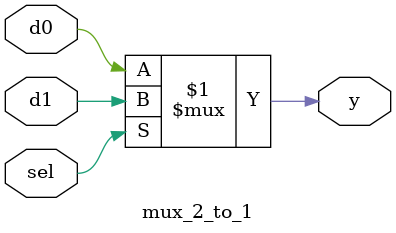
<source format=v>
module mux_2_to_1
(
    input  d0,
    input  d1,
    input  sel,
    output y
);

    assign y = sel ? d1 : d0;

endmodule
</source>
